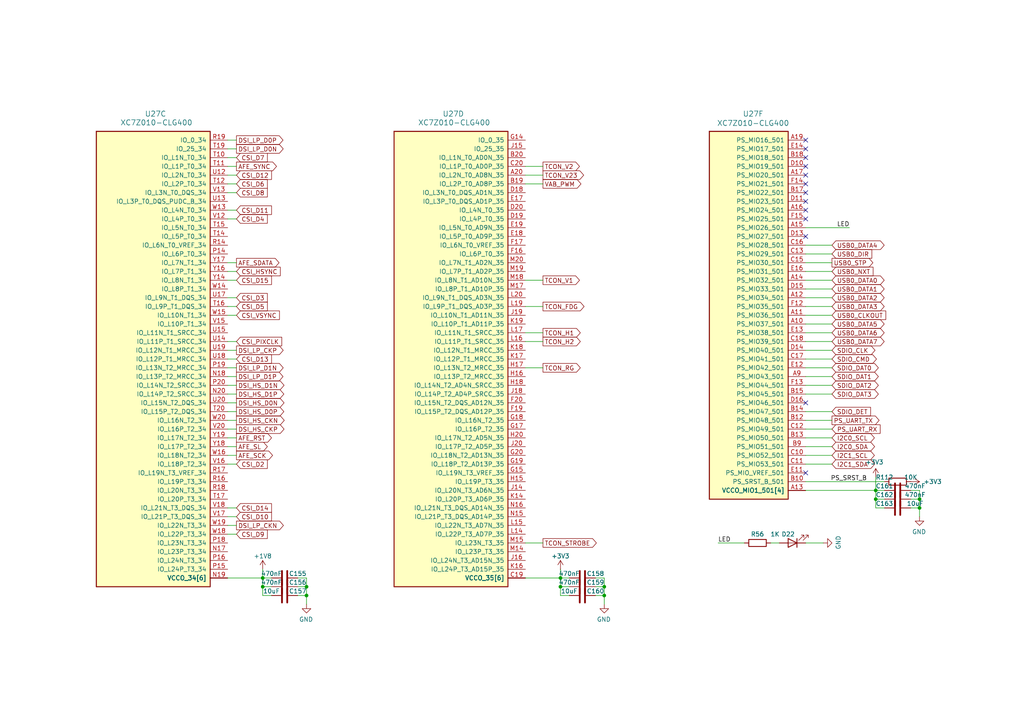
<source format=kicad_sch>
(kicad_sch (version 20231120) (generator "eeschema") (generator_version "8.0")
  (paper "A4")
  (title_block (title "FPGA IO") (date "2024-06-09") (rev "R0.10") (company "Copyright 2024 Anhang Li, Wenting Zhang") (comment 2 "MERCHANTABILITY, SATISFACTORY QUALITY AND FITNESS FOR A PARTICULAR PURPOSE.") (comment 3 "This source is distributed WITHOUT ANY EXPRESS OR IMPLIED WARRANTY, INCLUDING OF") (comment 4 "This source describes Open Hardware and is licensed under the CERN-OHL-P v2."))
  (junction (at 175.26 170.18))
  (junction (at 162.56 167.64))
  (junction (at 88.9 172.72))
  (junction (at 254 144.78))
  (junction (at 254 142.24))
  (junction (at 88.9 170.18))
  (junction (at 76.2 170.18))
  (junction (at 266.7 147.32))
  (junction (at 266.7 144.78))
  (junction (at 162.56 170.18))
  (junction (at 76.2 167.64))
  (junction (at 175.26 172.72))
  (no_connect (at 233.68 43.18))
  (no_connect (at 233.68 63.5))
  (no_connect (at 233.68 60.96))
  (no_connect (at 233.68 68.58))
  (no_connect (at 233.68 137.16))
  (no_connect (at 233.68 53.34))
  (no_connect (at 233.68 116.84))
  (no_connect (at 233.68 58.42))
  (no_connect (at 233.68 48.26))
  (no_connect (at 233.68 45.72))
  (no_connect (at 233.68 50.8))
  (no_connect (at 233.68 55.88))
  (no_connect (at 233.68 40.64))
  (wire (pts (xy 66.04 55.88) (xy 68.58 55.88)))
  (wire (pts (xy 66.04 101.6) (xy 68.58 101.6)))
  (wire (pts (xy 241.3 71.12) (xy 233.68 71.12)))
  (wire (pts (xy 241.3 114.3) (xy 233.68 114.3)))
  (wire (pts (xy 66.04 48.26) (xy 68.58 48.26)))
  (wire (pts (xy 172.72 167.64) (xy 175.26 167.64)))
  (wire (pts (xy 66.04 91.44) (xy 68.58 91.44)))
  (wire (pts (xy 88.9 167.64) (xy 88.9 170.18)))
  (wire (pts (xy 233.68 132.08) (xy 241.3 132.08)))
  (wire (pts (xy 66.04 119.38) (xy 68.58 119.38)))
  (wire (pts (xy 264.16 142.24) (xy 266.7 142.24)))
  (wire (pts (xy 241.3 76.2) (xy 233.68 76.2)))
  (wire (pts (xy 241.3 81.28) (xy 233.68 81.28)))
  (wire (pts (xy 241.3 111.76) (xy 233.68 111.76)))
  (wire (pts (xy 66.04 104.14) (xy 68.58 104.14)))
  (wire (pts (xy 157.48 96.52) (xy 152.4 96.52)))
  (wire (pts (xy 88.9 170.18) (xy 88.9 172.72)))
  (wire (pts (xy 66.04 167.64) (xy 76.2 167.64)))
  (wire (pts (xy 66.04 116.84) (xy 68.58 116.84)))
  (wire (pts (xy 241.3 86.36) (xy 233.68 86.36)))
  (wire (pts (xy 241.3 109.22) (xy 233.68 109.22)))
  (wire (pts (xy 157.48 50.8) (xy 152.4 50.8)))
  (wire (pts (xy 241.3 91.44) (xy 233.68 91.44)))
  (wire (pts (xy 66.04 88.9) (xy 68.58 88.9)))
  (wire (pts (xy 172.72 172.72) (xy 175.26 172.72)))
  (wire (pts (xy 233.68 127) (xy 241.3 127)))
  (wire (pts (xy 233.68 124.46) (xy 241.3 124.46)))
  (wire (pts (xy 66.04 127) (xy 68.58 127)))
  (wire (pts (xy 175.26 175.26) (xy 175.26 172.72)))
  (wire (pts (xy 233.68 134.62) (xy 241.3 134.62)))
  (wire (pts (xy 208.28 157.48) (xy 215.9 157.48)))
  (wire (pts (xy 266.7 142.24) (xy 266.7 144.78)))
  (wire (pts (xy 162.56 170.18) (xy 162.56 167.64)))
  (wire (pts (xy 78.74 172.72) (xy 76.2 172.72)))
  (wire (pts (xy 157.48 81.28) (xy 152.4 81.28)))
  (wire (pts (xy 66.04 121.92) (xy 68.58 121.92)))
  (wire (pts (xy 162.56 172.72) (xy 162.56 170.18)))
  (wire (pts (xy 233.68 129.54) (xy 241.3 129.54)))
  (wire (pts (xy 76.2 172.72) (xy 76.2 170.18)))
  (wire (pts (xy 76.2 167.64) (xy 78.74 167.64)))
  (wire (pts (xy 241.3 104.14) (xy 233.68 104.14)))
  (wire (pts (xy 254 147.32) (xy 254 144.78)))
  (wire (pts (xy 66.04 147.32) (xy 68.58 147.32)))
  (wire (pts (xy 162.56 165.1) (xy 162.56 167.64)))
  (wire (pts (xy 172.72 170.18) (xy 175.26 170.18)))
  (wire (pts (xy 241.3 106.68) (xy 233.68 106.68)))
  (wire (pts (xy 66.04 134.62) (xy 68.58 134.62)))
  (wire (pts (xy 66.04 154.94) (xy 68.58 154.94)))
  (wire (pts (xy 266.7 144.78) (xy 266.7 147.32)))
  (wire (pts (xy 162.56 167.64) (xy 165.1 167.64)))
  (wire (pts (xy 246.38 66.04) (xy 233.68 66.04)))
  (wire (pts (xy 66.04 40.64) (xy 68.58 40.64)))
  (wire (pts (xy 66.04 43.18) (xy 68.58 43.18)))
  (wire (pts (xy 241.3 99.06) (xy 233.68 99.06)))
  (wire (pts (xy 264.16 147.32) (xy 266.7 147.32)))
  (wire (pts (xy 157.48 88.9) (xy 152.4 88.9)))
  (wire (pts (xy 66.04 81.28) (xy 68.58 81.28)))
  (wire (pts (xy 157.48 106.68) (xy 152.4 106.68)))
  (wire (pts (xy 233.68 121.92) (xy 241.3 121.92)))
  (wire (pts (xy 241.3 93.98) (xy 233.68 93.98)))
  (wire (pts (xy 256.54 147.32) (xy 254 147.32)))
  (wire (pts (xy 86.36 170.18) (xy 88.9 170.18)))
  (wire (pts (xy 66.04 86.36) (xy 68.58 86.36)))
  (wire (pts (xy 66.04 106.68) (xy 68.58 106.68)))
  (wire (pts (xy 264.16 144.78) (xy 266.7 144.78)))
  (wire (pts (xy 66.04 111.76) (xy 68.58 111.76)))
  (wire (pts (xy 66.04 114.3) (xy 68.58 114.3)))
  (wire (pts (xy 66.04 63.5) (xy 68.58 63.5)))
  (wire (pts (xy 152.4 167.64) (xy 162.56 167.64)))
  (wire (pts (xy 254 144.78) (xy 254 142.24)))
  (wire (pts (xy 254 138.43) (xy 254 142.24)))
  (wire (pts (xy 241.3 83.82) (xy 233.68 83.82)))
  (wire (pts (xy 175.26 167.64) (xy 175.26 170.18)))
  (wire (pts (xy 66.04 45.72) (xy 68.58 45.72)))
  (wire (pts (xy 66.04 132.08) (xy 68.58 132.08)))
  (wire (pts (xy 241.3 96.52) (xy 233.68 96.52)))
  (wire (pts (xy 241.3 119.38) (xy 233.68 119.38)))
  (wire (pts (xy 66.04 129.54) (xy 68.58 129.54)))
  (wire (pts (xy 66.04 124.46) (xy 68.58 124.46)))
  (wire (pts (xy 66.04 152.4) (xy 68.58 152.4)))
  (wire (pts (xy 76.2 170.18) (xy 76.2 167.64)))
  (wire (pts (xy 88.9 175.26) (xy 88.9 172.72)))
  (wire (pts (xy 66.04 50.8) (xy 68.58 50.8)))
  (wire (pts (xy 241.3 101.6) (xy 233.68 101.6)))
  (wire (pts (xy 66.04 78.74) (xy 68.58 78.74)))
  (wire (pts (xy 66.04 76.2) (xy 68.58 76.2)))
  (wire (pts (xy 66.04 60.96) (xy 68.58 60.96)))
  (wire (pts (xy 165.1 172.72) (xy 162.56 172.72)))
  (wire (pts (xy 241.3 78.74) (xy 233.68 78.74)))
  (wire (pts (xy 66.04 99.06) (xy 68.58 99.06)))
  (wire (pts (xy 223.52 157.48) (xy 226.06 157.48)))
  (wire (pts (xy 165.1 170.18) (xy 162.56 170.18)))
  (wire (pts (xy 266.7 149.86) (xy 266.7 147.32)))
  (wire (pts (xy 256.54 144.78) (xy 254 144.78)))
  (wire (pts (xy 233.68 142.24) (xy 254 142.24)))
  (wire (pts (xy 233.68 139.7) (xy 256.54 139.7)))
  (wire (pts (xy 175.26 170.18) (xy 175.26 172.72)))
  (wire (pts (xy 241.3 73.66) (xy 233.68 73.66)))
  (wire (pts (xy 66.04 109.22) (xy 68.58 109.22)))
  (wire (pts (xy 66.04 53.34) (xy 68.58 53.34)))
  (wire (pts (xy 152.4 53.34) (xy 157.48 53.34)))
  (wire (pts (xy 66.04 149.86) (xy 68.58 149.86)))
  (wire (pts (xy 78.74 170.18) (xy 76.2 170.18)))
  (wire (pts (xy 254 142.24) (xy 256.54 142.24)))
  (wire (pts (xy 157.48 48.26) (xy 152.4 48.26)))
  (wire (pts (xy 157.48 99.06) (xy 152.4 99.06)))
  (wire (pts (xy 157.48 157.48) (xy 152.4 157.48)))
  (wire (pts (xy 86.36 172.72) (xy 88.9 172.72)))
  (wire (pts (xy 86.36 167.64) (xy 88.9 167.64)))
  (wire (pts (xy 241.3 88.9) (xy 233.68 88.9)))
  (wire (pts (xy 76.2 165.1) (xy 76.2 167.64)))
  (wire (pts (xy 233.68 157.48) (xy 238.76 157.48)))
  (label "LED" (at 246.38 66.04 180))
  (label "PS_SRST_B" (at 251.46 139.7 180))
  (label "LED" (at 208.28 157.48 0))
  (global_label "DSI_HS_CKN" (shape output) (at 68.58 121.92 0) (property "Intersheetrefs" "${INTERSHEET_REFS}" (effects (hide yes))))
  (global_label "USB0_DATA4" (shape bidirectional) (at 241.3 71.12 0) (property "Intersheetrefs" "${INTERSHEET_REFS}" (effects (hide yes))))
  (global_label "PS_UART_RX" (shape input) (at 241.3 124.46 0) (property "Intersheetrefs" "${INTERSHEET_REFS}" (effects (hide yes))))
  (global_label "AFE_SL" (shape output) (at 68.58 129.54 0) (property "Intersheetrefs" "${INTERSHEET_REFS}" (effects (hide yes))))
  (global_label "USB0_NXT" (shape input) (at 241.3 78.74 0) (property "Intersheetrefs" "${INTERSHEET_REFS}" (effects (hide yes))))
  (global_label "DSI_HS_D0P" (shape output) (at 68.58 119.38 0) (property "Intersheetrefs" "${INTERSHEET_REFS}" (effects (hide yes))))
  (global_label "CSI_PIXCLK" (shape input) (at 68.58 99.06 0) (property "Intersheetrefs" "${INTERSHEET_REFS}" (effects (hide yes))))
  (global_label "USB0_CLKOUT" (shape input) (at 241.3 91.44 0) (property "Intersheetrefs" "${INTERSHEET_REFS}" (effects (hide yes))))
  (global_label "DSI_HS_D0N" (shape output) (at 68.58 116.84 0) (property "Intersheetrefs" "${INTERSHEET_REFS}" (effects (hide yes))))
  (global_label "DSI_HS_D1N" (shape output) (at 68.58 111.76 0) (property "Intersheetrefs" "${INTERSHEET_REFS}" (effects (hide yes))))
  (global_label "I2C0_SDA" (shape bidirectional) (at 241.3 129.54 0) (property "Intersheetrefs" "${INTERSHEET_REFS}" (effects (hide yes))))
  (global_label "USB0_DATA3" (shape bidirectional) (at 241.3 88.9 0) (property "Intersheetrefs" "${INTERSHEET_REFS}" (effects (hide yes))))
  (global_label "CSI_D11" (shape input) (at 68.58 60.96 0) (property "Intersheetrefs" "${INTERSHEET_REFS}" (effects (hide yes))))
  (global_label "USB0_DATA1" (shape bidirectional) (at 241.3 83.82 0) (property "Intersheetrefs" "${INTERSHEET_REFS}" (effects (hide yes))))
  (global_label "SDIO_DAT3" (shape bidirectional) (at 241.3 114.3 0) (property "Intersheetrefs" "${INTERSHEET_REFS}" (effects (hide yes))))
  (global_label "CSI_D2" (shape input) (at 68.58 134.62 0) (property "Intersheetrefs" "${INTERSHEET_REFS}" (effects (hide yes))))
  (global_label "AFE_SDATA" (shape output) (at 68.58 76.2 0) (property "Intersheetrefs" "${INTERSHEET_REFS}" (effects (hide yes))))
  (global_label "CSI_D3" (shape input) (at 68.58 86.36 0) (property "Intersheetrefs" "${INTERSHEET_REFS}" (effects (hide yes))))
  (global_label "TCON_V2" (shape output) (at 157.48 48.26 0) (property "Intersheetrefs" "${INTERSHEET_REFS}" (effects (hide yes))))
  (global_label "I2C0_SCL" (shape bidirectional) (at 241.3 127 0) (property "Intersheetrefs" "${INTERSHEET_REFS}" (effects (hide yes))))
  (global_label "AFE_RST" (shape output) (at 68.58 127 0) (property "Intersheetrefs" "${INTERSHEET_REFS}" (effects (hide yes))))
  (global_label "CSI_D7" (shape input) (at 68.58 45.72 0) (property "Intersheetrefs" "${INTERSHEET_REFS}" (effects (hide yes))))
  (global_label "USB0_DATA0" (shape bidirectional) (at 241.3 81.28 0) (property "Intersheetrefs" "${INTERSHEET_REFS}" (effects (hide yes))))
  (global_label "CSI_D15" (shape input) (at 68.58 81.28 0) (property "Intersheetrefs" "${INTERSHEET_REFS}" (effects (hide yes))))
  (global_label "CSI_D6" (shape input) (at 68.58 53.34 0) (property "Intersheetrefs" "${INTERSHEET_REFS}" (effects (hide yes))))
  (global_label "DSI_LP_D0N" (shape output) (at 68.58 43.18 0) (property "Intersheetrefs" "${INTERSHEET_REFS}" (effects (hide yes))))
  (global_label "CSI_D9" (shape input) (at 68.58 154.94 0) (property "Intersheetrefs" "${INTERSHEET_REFS}" (effects (hide yes))))
  (global_label "CSI_D5" (shape input) (at 68.58 88.9 0) (property "Intersheetrefs" "${INTERSHEET_REFS}" (effects (hide yes))))
  (global_label "USB0_STP" (shape output) (at 241.3 76.2 0) (property "Intersheetrefs" "${INTERSHEET_REFS}" (effects (hide yes))))
  (global_label "USB0_DATA7" (shape bidirectional) (at 241.3 99.06 0) (property "Intersheetrefs" "${INTERSHEET_REFS}" (effects (hide yes))))
  (global_label "CSI_D13" (shape input) (at 68.58 104.14 0) (property "Intersheetrefs" "${INTERSHEET_REFS}" (effects (hide yes))))
  (global_label "DSI_HS_D1P" (shape output) (at 68.58 114.3 0) (property "Intersheetrefs" "${INTERSHEET_REFS}" (effects (hide yes))))
  (global_label "DSI_HS_CKP" (shape output) (at 68.58 124.46 0) (property "Intersheetrefs" "${INTERSHEET_REFS}" (effects (hide yes))))
  (global_label "SDIO_CLK" (shape bidirectional) (at 241.3 101.6 0) (property "Intersheetrefs" "${INTERSHEET_REFS}" (effects (hide yes))))
  (global_label "TCON_STROBE" (shape output) (at 157.48 157.48 0) (property "Intersheetrefs" "${INTERSHEET_REFS}" (effects (hide yes))))
  (global_label "TCON_V23" (shape output) (at 157.48 50.8 0) (property "Intersheetrefs" "${INTERSHEET_REFS}" (effects (hide yes))))
  (global_label "DSI_LP_D1P" (shape output) (at 68.58 109.22 0) (property "Intersheetrefs" "${INTERSHEET_REFS}" (effects (hide yes))))
  (global_label "I2C1_SDA" (shape bidirectional) (at 241.3 134.62 0) (property "Intersheetrefs" "${INTERSHEET_REFS}" (effects (hide yes))))
  (global_label "TCON_H1" (shape output) (at 157.48 96.52 0) (property "Intersheetrefs" "${INTERSHEET_REFS}" (effects (hide yes))))
  (global_label "DSI_LP_CKP" (shape output) (at 68.58 101.6 0) (property "Intersheetrefs" "${INTERSHEET_REFS}" (effects (hide yes))))
  (global_label "CSI_D10" (shape input) (at 68.58 149.86 0) (property "Intersheetrefs" "${INTERSHEET_REFS}" (effects (hide yes))))
  (global_label "PS_UART_TX" (shape output) (at 241.3 121.92 0) (property "Intersheetrefs" "${INTERSHEET_REFS}" (effects (hide yes))))
  (global_label "CSI_D12" (shape input) (at 68.58 50.8 0) (property "Intersheetrefs" "${INTERSHEET_REFS}" (effects (hide yes))))
  (global_label "USB0_DATA6" (shape bidirectional) (at 241.3 96.52 0) (property "Intersheetrefs" "${INTERSHEET_REFS}" (effects (hide yes))))
  (global_label "CSI_VSYNC" (shape input) (at 68.58 91.44 0) (property "Intersheetrefs" "${INTERSHEET_REFS}" (effects (hide yes))))
  (global_label "DSI_LP_D1N" (shape output) (at 68.58 106.68 0) (property "Intersheetrefs" "${INTERSHEET_REFS}" (effects (hide yes))))
  (global_label "TCON_FDG" (shape output) (at 157.48 88.9 0) (property "Intersheetrefs" "${INTERSHEET_REFS}" (effects (hide yes))))
  (global_label "SDIO_DAT2" (shape bidirectional) (at 241.3 111.76 0) (property "Intersheetrefs" "${INTERSHEET_REFS}" (effects (hide yes))))
  (global_label "TCON_V1" (shape output) (at 157.48 81.28 0) (property "Intersheetrefs" "${INTERSHEET_REFS}" (effects (hide yes))))
  (global_label "SDIO_CMD" (shape bidirectional) (at 241.3 104.14 0) (property "Intersheetrefs" "${INTERSHEET_REFS}" (effects (hide yes))))
  (global_label "SDIO_DAT0" (shape bidirectional) (at 241.3 106.68 0) (property "Intersheetrefs" "${INTERSHEET_REFS}" (effects (hide yes))))
  (global_label "DSI_LP_CKN" (shape output) (at 68.58 152.4 0) (property "Intersheetrefs" "${INTERSHEET_REFS}" (effects (hide yes))))
  (global_label "CSI_D8" (shape input) (at 68.58 55.88 0) (property "Intersheetrefs" "${INTERSHEET_REFS}" (effects (hide yes))))
  (global_label "AFE_SYNC" (shape output) (at 68.58 48.26 0) (property "Intersheetrefs" "${INTERSHEET_REFS}" (effects (hide yes))))
  (global_label "I2C1_SCL" (shape bidirectional) (at 241.3 132.08 0) (property "Intersheetrefs" "${INTERSHEET_REFS}" (effects (hide yes))))
  (global_label "USB0_DATA2" (shape bidirectional) (at 241.3 86.36 0) (property "Intersheetrefs" "${INTERSHEET_REFS}" (effects (hide yes))))
  (global_label "TCON_H2" (shape output) (at 157.48 99.06 0) (property "Intersheetrefs" "${INTERSHEET_REFS}" (effects (hide yes))))
  (global_label "VAB_PWM" (shape output) (at 157.48 53.34 0) (property "Intersheetrefs" "${INTERSHEET_REFS}" (effects (hide yes))))
  (global_label "CSI_D4" (shape input) (at 68.58 63.5 0) (property "Intersheetrefs" "${INTERSHEET_REFS}" (effects (hide yes))))
  (global_label "CSI_HSYNC" (shape input) (at 68.58 78.74 0) (property "Intersheetrefs" "${INTERSHEET_REFS}" (effects (hide yes))))
  (global_label "DSI_LP_D0P" (shape output) (at 68.58 40.64 0) (property "Intersheetrefs" "${INTERSHEET_REFS}" (effects (hide yes))))
  (global_label "SDIO_DET" (shape input) (at 241.3 119.38 0) (property "Intersheetrefs" "${INTERSHEET_REFS}" (effects (hide yes))))
  (global_label "SDIO_DAT1" (shape bidirectional) (at 241.3 109.22 0) (property "Intersheetrefs" "${INTERSHEET_REFS}" (effects (hide yes))))
  (global_label "AFE_SCK" (shape output) (at 68.58 132.08 0) (property "Intersheetrefs" "${INTERSHEET_REFS}" (effects (hide yes))))
  (global_label "USB0_DATA5" (shape bidirectional) (at 241.3 93.98 0) (property "Intersheetrefs" "${INTERSHEET_REFS}" (effects (hide yes))))
  (global_label "USB0_DIR" (shape input) (at 241.3 73.66 0) (property "Intersheetrefs" "${INTERSHEET_REFS}" (effects (hide yes))))
  (global_label "CSI_D14" (shape input) (at 68.58 147.32 0) (property "Intersheetrefs" "${INTERSHEET_REFS}" (effects (hide yes))))
  (global_label "TCON_RG" (shape output) (at 157.48 106.68 0) (property "Intersheetrefs" "${INTERSHEET_REFS}" (effects (hide yes))))
  (symbol (lib_id "symbols:XC7Z007S-CLG400") (at 152.4 40.64 0) (mirror y) (unit 4)
    (property "Reference" "U27" (at 134.62 33.02 0) (effects (font (size 1.524 1.524)) (justify left)))
    (property "Value" "XC7Z010-CLG400" (at 142.24 35.56 0) (effects (font (size 1.524 1.524)) (justify left)))
    (property "Footprint" "Package_BGA:Xilinx_CLG400" (effects (hide yes)))
    (property "desc" "xc7z007sclg400" (effects (hide yes)))
  )
  (symbol (lib_id "Device:C") (at 82.55 172.72 90) (mirror x) (unit 1)
    (property "Reference" "C157" (at 86.36 171.45 90))
    (property "Value" "10uF" (at 78.74 171.45 90))
    (property "Footprint" "Capacitor_SMD:C_0603_1608Metric" (effects (hide yes)))
  )
  (symbol (lib_id "Device:R") (at 219.71 157.48 90) (unit 1)
    (property "Reference" "R56" (at 219.71 154.94 90))
    (property "Value" "1K" (at 224.79 154.94 90))
    (property "Footprint" "Resistor_SMD:R_0402_1005Metric" (effects (hide yes)))
  )
  (symbol (lib_id "power:GND") (at 175.26 175.26 0) (mirror y) (unit 1)
    (property "Reference" "#PWR0269" (effects (hide yes)))
    (property "Value" "GND" (at 175.133 179.6542 0))
  )
  (symbol (lib_id "power:GND") (at 88.9 175.26 0) (mirror y) (unit 1)
    (property "Reference" "#PWR0267" (effects (hide yes)))
    (property "Value" "GND" (at 88.773 179.6542 0))
  )
  (symbol (lib_id "symbols:XC7Z007S-CLG400") (at 66.04 40.64 0) (mirror y) (unit 3)
    (property "Reference" "U27" (at 48.26 33.02 0) (effects (font (size 1.524 1.524)) (justify left)))
    (property "Value" "XC7Z010-CLG400" (at 55.88 35.56 0) (effects (font (size 1.524 1.524)) (justify left)))
    (property "Footprint" "Package_BGA:Xilinx_CLG400" (effects (hide yes)))
    (property "desc" "xc7z007sclg400" (effects (hide yes)))
  )
  (symbol (lib_id "Device:R") (at 260.35 139.7 270) (mirror x) (unit 1)
    (property "Reference" "R112" (at 256.54 138.43 90))
    (property "Value" "10K" (at 264.16 138.43 90))
    (property "Footprint" "Resistor_SMD:R_0402_1005Metric" (effects (hide yes)))
  )
  (symbol (lib_id "Device:C") (at 168.91 172.72 90) (mirror x) (unit 1)
    (property "Reference" "C160" (at 172.72 171.45 90))
    (property "Value" "10uF" (at 165.1 171.45 90))
    (property "Footprint" "Capacitor_SMD:C_0603_1608Metric" (effects (hide yes)))
  )
  (symbol (lib_id "Device:C") (at 82.55 170.18 90) (mirror x) (unit 1)
    (property "Reference" "C156" (at 86.36 168.91 90))
    (property "Value" "470nF" (at 78.74 168.91 90))
    (property "Footprint" "Capacitor_SMD:C_0402_1005Metric" (effects (hide yes)))
  )
  (symbol (lib_id "Device:C") (at 260.35 144.78 90) (mirror x) (unit 1)
    (property "Reference" "C162" (at 256.54 143.51 90))
    (property "Value" "470nF" (at 265.43 143.51 90))
    (property "Footprint" "Capacitor_SMD:C_0402_1005Metric" (effects (hide yes)))
  )
  (symbol (lib_id "power:+1V8") (at 76.2 165.1 0) (unit 1)
    (property "Reference" "#PWR0266" (effects (hide yes)))
    (property "Value" "+1V8" (at 76.2 161.29 0))
  )
  (symbol (lib_id "power:GND") (at 238.76 157.48 90) (unit 1)
    (property "Reference" "#PWR0233" (effects (hide yes)))
    (property "Value" "GND" (at 243.1542 157.353 0))
  )
  (symbol (lib_id "symbols:XC7Z007S-CLG400") (at 233.68 40.64 0) (mirror y) (unit 6)
    (property "Reference" "U27" (at 218.44 33.02 0) (effects (font (size 1.524 1.524))))
    (property "Value" "XC7Z010-CLG400" (at 218.44 35.7124 0) (effects (font (size 1.524 1.524))))
    (property "Footprint" "Package_BGA:Xilinx_CLG400" (effects (hide yes)))
    (property "desc" "xc7z007sclg400" (effects (hide yes)))
  )
  (symbol (lib_id "power:+3V3") (at 264.16 139.7 270) (mirror x) (unit 1)
    (property "Reference" "#PWR0271" (effects (hide yes)))
    (property "Value" "+3V3" (at 270.51 139.7 90))
  )
  (symbol (lib_id "Device:C") (at 260.35 147.32 90) (mirror x) (unit 1)
    (property "Reference" "C163" (at 256.54 146.05 90))
    (property "Value" "10uF" (at 265.43 146.05 90))
    (property "Footprint" "Capacitor_SMD:C_0603_1608Metric" (effects (hide yes)))
  )
  (symbol (lib_id "power:GND") (at 266.7 149.86 0) (mirror y) (unit 1)
    (property "Reference" "#PWR0272" (effects (hide yes)))
    (property "Value" "GND" (at 266.573 154.2542 0))
  )
  (symbol (lib_id "Device:C") (at 168.91 167.64 90) (mirror x) (unit 1)
    (property "Reference" "C158" (at 172.72 166.37 90))
    (property "Value" "470nF" (at 165.1 166.37 90))
    (property "Footprint" "Capacitor_SMD:C_0402_1005Metric" (effects (hide yes)))
  )
  (symbol (lib_id "Device:C") (at 168.91 170.18 90) (mirror x) (unit 1)
    (property "Reference" "C159" (at 172.72 168.91 90))
    (property "Value" "470nF" (at 165.1 168.91 90))
    (property "Footprint" "Capacitor_SMD:C_0402_1005Metric" (effects (hide yes)))
  )
  (symbol (lib_id "Device:C") (at 260.35 142.24 90) (mirror x) (unit 1)
    (property "Reference" "C161" (at 256.54 140.97 90))
    (property "Value" "470nF" (at 265.43 140.97 90))
    (property "Footprint" "Capacitor_SMD:C_0402_1005Metric" (effects (hide yes)))
  )
  (symbol (lib_id "Device:LED") (at 229.87 157.48 180) (unit 1)
    (property "Reference" "D22" (at 228.6 154.94 0))
    (property "Value" "LED" (effects (hide yes)))
    (property "Footprint" "LED_SMD:LED_0603_1608Metric" (effects (hide yes)))
  )
  (symbol (lib_id "power:+3V3") (at 254 138.43 0) (mirror y) (unit 1)
    (property "Reference" "#PWR0270" (effects (hide yes)))
    (property "Value" "+3V3" (at 253.619 134.0358 0))
  )
  (symbol (lib_id "Device:C") (at 82.55 167.64 90) (mirror x) (unit 1)
    (property "Reference" "C155" (at 86.36 166.37 90))
    (property "Value" "470nF" (at 78.74 166.37 90))
    (property "Footprint" "Capacitor_SMD:C_0402_1005Metric" (effects (hide yes)))
  )
  (symbol (lib_name "+3V3_1") (lib_id "power:+3V3") (at 162.56 165.1 0) (unit 1)
    (property "Reference" "#PWR0268" (effects (hide yes)))
    (property "Value" "+3V3" (at 162.56 161.29 0))
    (property "Description" "Power symbol creates a global label with name \"+3V3\"" (effects (hide yes)))
  )
)
</source>
